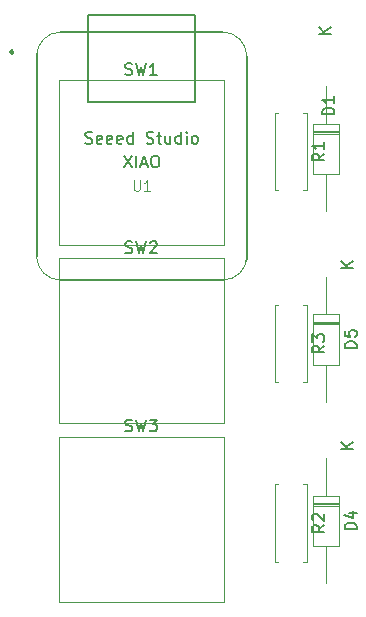
<source format=gbr>
%TF.GenerationSoftware,KiCad,Pcbnew,8.0.6*%
%TF.CreationDate,2024-10-22T00:24:15-04:00*%
%TF.ProjectId,Hackpad,4861636b-7061-4642-9e6b-696361645f70,rev?*%
%TF.SameCoordinates,Original*%
%TF.FileFunction,Legend,Top*%
%TF.FilePolarity,Positive*%
%FSLAX46Y46*%
G04 Gerber Fmt 4.6, Leading zero omitted, Abs format (unit mm)*
G04 Created by KiCad (PCBNEW 8.0.6) date 2024-10-22 00:24:15*
%MOMM*%
%LPD*%
G01*
G04 APERTURE LIST*
%ADD10C,0.101600*%
%ADD11C,0.150000*%
%ADD12C,0.025400*%
%ADD13C,0.254000*%
%ADD14C,0.120000*%
%ADD15C,0.127000*%
G04 APERTURE END LIST*
D10*
X98447666Y-77676985D02*
X98447666Y-78396652D01*
X98447666Y-78396652D02*
X98490000Y-78481318D01*
X98490000Y-78481318D02*
X98532333Y-78523652D01*
X98532333Y-78523652D02*
X98617000Y-78565985D01*
X98617000Y-78565985D02*
X98786333Y-78565985D01*
X98786333Y-78565985D02*
X98871000Y-78523652D01*
X98871000Y-78523652D02*
X98913333Y-78481318D01*
X98913333Y-78481318D02*
X98955666Y-78396652D01*
X98955666Y-78396652D02*
X98955666Y-77676985D01*
X99844666Y-78565985D02*
X99336666Y-78565985D01*
X99590666Y-78565985D02*
X99590666Y-77676985D01*
X99590666Y-77676985D02*
X99505999Y-77803985D01*
X99505999Y-77803985D02*
X99421333Y-77888652D01*
X99421333Y-77888652D02*
X99336666Y-77930985D01*
D11*
X94363095Y-74527200D02*
X94505952Y-74574819D01*
X94505952Y-74574819D02*
X94744047Y-74574819D01*
X94744047Y-74574819D02*
X94839285Y-74527200D01*
X94839285Y-74527200D02*
X94886904Y-74479580D01*
X94886904Y-74479580D02*
X94934523Y-74384342D01*
X94934523Y-74384342D02*
X94934523Y-74289104D01*
X94934523Y-74289104D02*
X94886904Y-74193866D01*
X94886904Y-74193866D02*
X94839285Y-74146247D01*
X94839285Y-74146247D02*
X94744047Y-74098628D01*
X94744047Y-74098628D02*
X94553571Y-74051009D01*
X94553571Y-74051009D02*
X94458333Y-74003390D01*
X94458333Y-74003390D02*
X94410714Y-73955771D01*
X94410714Y-73955771D02*
X94363095Y-73860533D01*
X94363095Y-73860533D02*
X94363095Y-73765295D01*
X94363095Y-73765295D02*
X94410714Y-73670057D01*
X94410714Y-73670057D02*
X94458333Y-73622438D01*
X94458333Y-73622438D02*
X94553571Y-73574819D01*
X94553571Y-73574819D02*
X94791666Y-73574819D01*
X94791666Y-73574819D02*
X94934523Y-73622438D01*
X95744047Y-74527200D02*
X95648809Y-74574819D01*
X95648809Y-74574819D02*
X95458333Y-74574819D01*
X95458333Y-74574819D02*
X95363095Y-74527200D01*
X95363095Y-74527200D02*
X95315476Y-74431961D01*
X95315476Y-74431961D02*
X95315476Y-74051009D01*
X95315476Y-74051009D02*
X95363095Y-73955771D01*
X95363095Y-73955771D02*
X95458333Y-73908152D01*
X95458333Y-73908152D02*
X95648809Y-73908152D01*
X95648809Y-73908152D02*
X95744047Y-73955771D01*
X95744047Y-73955771D02*
X95791666Y-74051009D01*
X95791666Y-74051009D02*
X95791666Y-74146247D01*
X95791666Y-74146247D02*
X95315476Y-74241485D01*
X96601190Y-74527200D02*
X96505952Y-74574819D01*
X96505952Y-74574819D02*
X96315476Y-74574819D01*
X96315476Y-74574819D02*
X96220238Y-74527200D01*
X96220238Y-74527200D02*
X96172619Y-74431961D01*
X96172619Y-74431961D02*
X96172619Y-74051009D01*
X96172619Y-74051009D02*
X96220238Y-73955771D01*
X96220238Y-73955771D02*
X96315476Y-73908152D01*
X96315476Y-73908152D02*
X96505952Y-73908152D01*
X96505952Y-73908152D02*
X96601190Y-73955771D01*
X96601190Y-73955771D02*
X96648809Y-74051009D01*
X96648809Y-74051009D02*
X96648809Y-74146247D01*
X96648809Y-74146247D02*
X96172619Y-74241485D01*
X97458333Y-74527200D02*
X97363095Y-74574819D01*
X97363095Y-74574819D02*
X97172619Y-74574819D01*
X97172619Y-74574819D02*
X97077381Y-74527200D01*
X97077381Y-74527200D02*
X97029762Y-74431961D01*
X97029762Y-74431961D02*
X97029762Y-74051009D01*
X97029762Y-74051009D02*
X97077381Y-73955771D01*
X97077381Y-73955771D02*
X97172619Y-73908152D01*
X97172619Y-73908152D02*
X97363095Y-73908152D01*
X97363095Y-73908152D02*
X97458333Y-73955771D01*
X97458333Y-73955771D02*
X97505952Y-74051009D01*
X97505952Y-74051009D02*
X97505952Y-74146247D01*
X97505952Y-74146247D02*
X97029762Y-74241485D01*
X98363095Y-74574819D02*
X98363095Y-73574819D01*
X98363095Y-74527200D02*
X98267857Y-74574819D01*
X98267857Y-74574819D02*
X98077381Y-74574819D01*
X98077381Y-74574819D02*
X97982143Y-74527200D01*
X97982143Y-74527200D02*
X97934524Y-74479580D01*
X97934524Y-74479580D02*
X97886905Y-74384342D01*
X97886905Y-74384342D02*
X97886905Y-74098628D01*
X97886905Y-74098628D02*
X97934524Y-74003390D01*
X97934524Y-74003390D02*
X97982143Y-73955771D01*
X97982143Y-73955771D02*
X98077381Y-73908152D01*
X98077381Y-73908152D02*
X98267857Y-73908152D01*
X98267857Y-73908152D02*
X98363095Y-73955771D01*
X99553572Y-74527200D02*
X99696429Y-74574819D01*
X99696429Y-74574819D02*
X99934524Y-74574819D01*
X99934524Y-74574819D02*
X100029762Y-74527200D01*
X100029762Y-74527200D02*
X100077381Y-74479580D01*
X100077381Y-74479580D02*
X100125000Y-74384342D01*
X100125000Y-74384342D02*
X100125000Y-74289104D01*
X100125000Y-74289104D02*
X100077381Y-74193866D01*
X100077381Y-74193866D02*
X100029762Y-74146247D01*
X100029762Y-74146247D02*
X99934524Y-74098628D01*
X99934524Y-74098628D02*
X99744048Y-74051009D01*
X99744048Y-74051009D02*
X99648810Y-74003390D01*
X99648810Y-74003390D02*
X99601191Y-73955771D01*
X99601191Y-73955771D02*
X99553572Y-73860533D01*
X99553572Y-73860533D02*
X99553572Y-73765295D01*
X99553572Y-73765295D02*
X99601191Y-73670057D01*
X99601191Y-73670057D02*
X99648810Y-73622438D01*
X99648810Y-73622438D02*
X99744048Y-73574819D01*
X99744048Y-73574819D02*
X99982143Y-73574819D01*
X99982143Y-73574819D02*
X100125000Y-73622438D01*
X100410715Y-73908152D02*
X100791667Y-73908152D01*
X100553572Y-73574819D02*
X100553572Y-74431961D01*
X100553572Y-74431961D02*
X100601191Y-74527200D01*
X100601191Y-74527200D02*
X100696429Y-74574819D01*
X100696429Y-74574819D02*
X100791667Y-74574819D01*
X101553572Y-73908152D02*
X101553572Y-74574819D01*
X101125001Y-73908152D02*
X101125001Y-74431961D01*
X101125001Y-74431961D02*
X101172620Y-74527200D01*
X101172620Y-74527200D02*
X101267858Y-74574819D01*
X101267858Y-74574819D02*
X101410715Y-74574819D01*
X101410715Y-74574819D02*
X101505953Y-74527200D01*
X101505953Y-74527200D02*
X101553572Y-74479580D01*
X102458334Y-74574819D02*
X102458334Y-73574819D01*
X102458334Y-74527200D02*
X102363096Y-74574819D01*
X102363096Y-74574819D02*
X102172620Y-74574819D01*
X102172620Y-74574819D02*
X102077382Y-74527200D01*
X102077382Y-74527200D02*
X102029763Y-74479580D01*
X102029763Y-74479580D02*
X101982144Y-74384342D01*
X101982144Y-74384342D02*
X101982144Y-74098628D01*
X101982144Y-74098628D02*
X102029763Y-74003390D01*
X102029763Y-74003390D02*
X102077382Y-73955771D01*
X102077382Y-73955771D02*
X102172620Y-73908152D01*
X102172620Y-73908152D02*
X102363096Y-73908152D01*
X102363096Y-73908152D02*
X102458334Y-73955771D01*
X102934525Y-74574819D02*
X102934525Y-73908152D01*
X102934525Y-73574819D02*
X102886906Y-73622438D01*
X102886906Y-73622438D02*
X102934525Y-73670057D01*
X102934525Y-73670057D02*
X102982144Y-73622438D01*
X102982144Y-73622438D02*
X102934525Y-73574819D01*
X102934525Y-73574819D02*
X102934525Y-73670057D01*
X103553572Y-74574819D02*
X103458334Y-74527200D01*
X103458334Y-74527200D02*
X103410715Y-74479580D01*
X103410715Y-74479580D02*
X103363096Y-74384342D01*
X103363096Y-74384342D02*
X103363096Y-74098628D01*
X103363096Y-74098628D02*
X103410715Y-74003390D01*
X103410715Y-74003390D02*
X103458334Y-73955771D01*
X103458334Y-73955771D02*
X103553572Y-73908152D01*
X103553572Y-73908152D02*
X103696429Y-73908152D01*
X103696429Y-73908152D02*
X103791667Y-73955771D01*
X103791667Y-73955771D02*
X103839286Y-74003390D01*
X103839286Y-74003390D02*
X103886905Y-74098628D01*
X103886905Y-74098628D02*
X103886905Y-74384342D01*
X103886905Y-74384342D02*
X103839286Y-74479580D01*
X103839286Y-74479580D02*
X103791667Y-74527200D01*
X103791667Y-74527200D02*
X103696429Y-74574819D01*
X103696429Y-74574819D02*
X103553572Y-74574819D01*
X97601191Y-75574819D02*
X98267857Y-76574819D01*
X98267857Y-75574819D02*
X97601191Y-76574819D01*
X98648810Y-76574819D02*
X98648810Y-75574819D01*
X99077381Y-76289104D02*
X99553571Y-76289104D01*
X98982143Y-76574819D02*
X99315476Y-75574819D01*
X99315476Y-75574819D02*
X99648809Y-76574819D01*
X100172619Y-75574819D02*
X100363095Y-75574819D01*
X100363095Y-75574819D02*
X100458333Y-75622438D01*
X100458333Y-75622438D02*
X100553571Y-75717676D01*
X100553571Y-75717676D02*
X100601190Y-75908152D01*
X100601190Y-75908152D02*
X100601190Y-76241485D01*
X100601190Y-76241485D02*
X100553571Y-76431961D01*
X100553571Y-76431961D02*
X100458333Y-76527200D01*
X100458333Y-76527200D02*
X100363095Y-76574819D01*
X100363095Y-76574819D02*
X100172619Y-76574819D01*
X100172619Y-76574819D02*
X100077381Y-76527200D01*
X100077381Y-76527200D02*
X99982143Y-76431961D01*
X99982143Y-76431961D02*
X99934524Y-76241485D01*
X99934524Y-76241485D02*
X99934524Y-75908152D01*
X99934524Y-75908152D02*
X99982143Y-75717676D01*
X99982143Y-75717676D02*
X100077381Y-75622438D01*
X100077381Y-75622438D02*
X100172619Y-75574819D01*
X97742667Y-98890670D02*
X97885524Y-98938289D01*
X97885524Y-98938289D02*
X98123619Y-98938289D01*
X98123619Y-98938289D02*
X98218857Y-98890670D01*
X98218857Y-98890670D02*
X98266476Y-98843050D01*
X98266476Y-98843050D02*
X98314095Y-98747812D01*
X98314095Y-98747812D02*
X98314095Y-98652574D01*
X98314095Y-98652574D02*
X98266476Y-98557336D01*
X98266476Y-98557336D02*
X98218857Y-98509717D01*
X98218857Y-98509717D02*
X98123619Y-98462098D01*
X98123619Y-98462098D02*
X97933143Y-98414479D01*
X97933143Y-98414479D02*
X97837905Y-98366860D01*
X97837905Y-98366860D02*
X97790286Y-98319241D01*
X97790286Y-98319241D02*
X97742667Y-98224003D01*
X97742667Y-98224003D02*
X97742667Y-98128765D01*
X97742667Y-98128765D02*
X97790286Y-98033527D01*
X97790286Y-98033527D02*
X97837905Y-97985908D01*
X97837905Y-97985908D02*
X97933143Y-97938289D01*
X97933143Y-97938289D02*
X98171238Y-97938289D01*
X98171238Y-97938289D02*
X98314095Y-97985908D01*
X98647429Y-97938289D02*
X98885524Y-98938289D01*
X98885524Y-98938289D02*
X99076000Y-98224003D01*
X99076000Y-98224003D02*
X99266476Y-98938289D01*
X99266476Y-98938289D02*
X99504572Y-97938289D01*
X99790286Y-97938289D02*
X100409333Y-97938289D01*
X100409333Y-97938289D02*
X100076000Y-98319241D01*
X100076000Y-98319241D02*
X100218857Y-98319241D01*
X100218857Y-98319241D02*
X100314095Y-98366860D01*
X100314095Y-98366860D02*
X100361714Y-98414479D01*
X100361714Y-98414479D02*
X100409333Y-98509717D01*
X100409333Y-98509717D02*
X100409333Y-98747812D01*
X100409333Y-98747812D02*
X100361714Y-98843050D01*
X100361714Y-98843050D02*
X100314095Y-98890670D01*
X100314095Y-98890670D02*
X100218857Y-98938289D01*
X100218857Y-98938289D02*
X99933143Y-98938289D01*
X99933143Y-98938289D02*
X99837905Y-98890670D01*
X99837905Y-98890670D02*
X99790286Y-98843050D01*
X97742667Y-83800670D02*
X97885524Y-83848289D01*
X97885524Y-83848289D02*
X98123619Y-83848289D01*
X98123619Y-83848289D02*
X98218857Y-83800670D01*
X98218857Y-83800670D02*
X98266476Y-83753050D01*
X98266476Y-83753050D02*
X98314095Y-83657812D01*
X98314095Y-83657812D02*
X98314095Y-83562574D01*
X98314095Y-83562574D02*
X98266476Y-83467336D01*
X98266476Y-83467336D02*
X98218857Y-83419717D01*
X98218857Y-83419717D02*
X98123619Y-83372098D01*
X98123619Y-83372098D02*
X97933143Y-83324479D01*
X97933143Y-83324479D02*
X97837905Y-83276860D01*
X97837905Y-83276860D02*
X97790286Y-83229241D01*
X97790286Y-83229241D02*
X97742667Y-83134003D01*
X97742667Y-83134003D02*
X97742667Y-83038765D01*
X97742667Y-83038765D02*
X97790286Y-82943527D01*
X97790286Y-82943527D02*
X97837905Y-82895908D01*
X97837905Y-82895908D02*
X97933143Y-82848289D01*
X97933143Y-82848289D02*
X98171238Y-82848289D01*
X98171238Y-82848289D02*
X98314095Y-82895908D01*
X98647429Y-82848289D02*
X98885524Y-83848289D01*
X98885524Y-83848289D02*
X99076000Y-83134003D01*
X99076000Y-83134003D02*
X99266476Y-83848289D01*
X99266476Y-83848289D02*
X99504572Y-82848289D01*
X99837905Y-82943527D02*
X99885524Y-82895908D01*
X99885524Y-82895908D02*
X99980762Y-82848289D01*
X99980762Y-82848289D02*
X100218857Y-82848289D01*
X100218857Y-82848289D02*
X100314095Y-82895908D01*
X100314095Y-82895908D02*
X100361714Y-82943527D01*
X100361714Y-82943527D02*
X100409333Y-83038765D01*
X100409333Y-83038765D02*
X100409333Y-83134003D01*
X100409333Y-83134003D02*
X100361714Y-83276860D01*
X100361714Y-83276860D02*
X99790286Y-83848289D01*
X99790286Y-83848289D02*
X100409333Y-83848289D01*
X97742667Y-68710670D02*
X97885524Y-68758289D01*
X97885524Y-68758289D02*
X98123619Y-68758289D01*
X98123619Y-68758289D02*
X98218857Y-68710670D01*
X98218857Y-68710670D02*
X98266476Y-68663050D01*
X98266476Y-68663050D02*
X98314095Y-68567812D01*
X98314095Y-68567812D02*
X98314095Y-68472574D01*
X98314095Y-68472574D02*
X98266476Y-68377336D01*
X98266476Y-68377336D02*
X98218857Y-68329717D01*
X98218857Y-68329717D02*
X98123619Y-68282098D01*
X98123619Y-68282098D02*
X97933143Y-68234479D01*
X97933143Y-68234479D02*
X97837905Y-68186860D01*
X97837905Y-68186860D02*
X97790286Y-68139241D01*
X97790286Y-68139241D02*
X97742667Y-68044003D01*
X97742667Y-68044003D02*
X97742667Y-67948765D01*
X97742667Y-67948765D02*
X97790286Y-67853527D01*
X97790286Y-67853527D02*
X97837905Y-67805908D01*
X97837905Y-67805908D02*
X97933143Y-67758289D01*
X97933143Y-67758289D02*
X98171238Y-67758289D01*
X98171238Y-67758289D02*
X98314095Y-67805908D01*
X98647429Y-67758289D02*
X98885524Y-68758289D01*
X98885524Y-68758289D02*
X99076000Y-68044003D01*
X99076000Y-68044003D02*
X99266476Y-68758289D01*
X99266476Y-68758289D02*
X99504572Y-67758289D01*
X100409333Y-68758289D02*
X99837905Y-68758289D01*
X100123619Y-68758289D02*
X100123619Y-67758289D01*
X100123619Y-67758289D02*
X100028381Y-67901146D01*
X100028381Y-67901146D02*
X99933143Y-67996384D01*
X99933143Y-67996384D02*
X99837905Y-68044003D01*
X114574819Y-91666666D02*
X114098628Y-91999999D01*
X114574819Y-92238094D02*
X113574819Y-92238094D01*
X113574819Y-92238094D02*
X113574819Y-91857142D01*
X113574819Y-91857142D02*
X113622438Y-91761904D01*
X113622438Y-91761904D02*
X113670057Y-91714285D01*
X113670057Y-91714285D02*
X113765295Y-91666666D01*
X113765295Y-91666666D02*
X113908152Y-91666666D01*
X113908152Y-91666666D02*
X114003390Y-91714285D01*
X114003390Y-91714285D02*
X114051009Y-91761904D01*
X114051009Y-91761904D02*
X114098628Y-91857142D01*
X114098628Y-91857142D02*
X114098628Y-92238094D01*
X113574819Y-91333332D02*
X113574819Y-90714285D01*
X113574819Y-90714285D02*
X113955771Y-91047618D01*
X113955771Y-91047618D02*
X113955771Y-90904761D01*
X113955771Y-90904761D02*
X114003390Y-90809523D01*
X114003390Y-90809523D02*
X114051009Y-90761904D01*
X114051009Y-90761904D02*
X114146247Y-90714285D01*
X114146247Y-90714285D02*
X114384342Y-90714285D01*
X114384342Y-90714285D02*
X114479580Y-90761904D01*
X114479580Y-90761904D02*
X114527200Y-90809523D01*
X114527200Y-90809523D02*
X114574819Y-90904761D01*
X114574819Y-90904761D02*
X114574819Y-91190475D01*
X114574819Y-91190475D02*
X114527200Y-91285713D01*
X114527200Y-91285713D02*
X114479580Y-91333332D01*
X114574819Y-106856666D02*
X114098628Y-107189999D01*
X114574819Y-107428094D02*
X113574819Y-107428094D01*
X113574819Y-107428094D02*
X113574819Y-107047142D01*
X113574819Y-107047142D02*
X113622438Y-106951904D01*
X113622438Y-106951904D02*
X113670057Y-106904285D01*
X113670057Y-106904285D02*
X113765295Y-106856666D01*
X113765295Y-106856666D02*
X113908152Y-106856666D01*
X113908152Y-106856666D02*
X114003390Y-106904285D01*
X114003390Y-106904285D02*
X114051009Y-106951904D01*
X114051009Y-106951904D02*
X114098628Y-107047142D01*
X114098628Y-107047142D02*
X114098628Y-107428094D01*
X113670057Y-106475713D02*
X113622438Y-106428094D01*
X113622438Y-106428094D02*
X113574819Y-106332856D01*
X113574819Y-106332856D02*
X113574819Y-106094761D01*
X113574819Y-106094761D02*
X113622438Y-105999523D01*
X113622438Y-105999523D02*
X113670057Y-105951904D01*
X113670057Y-105951904D02*
X113765295Y-105904285D01*
X113765295Y-105904285D02*
X113860533Y-105904285D01*
X113860533Y-105904285D02*
X114003390Y-105951904D01*
X114003390Y-105951904D02*
X114574819Y-106523332D01*
X114574819Y-106523332D02*
X114574819Y-105904285D01*
X114574819Y-75416666D02*
X114098628Y-75749999D01*
X114574819Y-75988094D02*
X113574819Y-75988094D01*
X113574819Y-75988094D02*
X113574819Y-75607142D01*
X113574819Y-75607142D02*
X113622438Y-75511904D01*
X113622438Y-75511904D02*
X113670057Y-75464285D01*
X113670057Y-75464285D02*
X113765295Y-75416666D01*
X113765295Y-75416666D02*
X113908152Y-75416666D01*
X113908152Y-75416666D02*
X114003390Y-75464285D01*
X114003390Y-75464285D02*
X114051009Y-75511904D01*
X114051009Y-75511904D02*
X114098628Y-75607142D01*
X114098628Y-75607142D02*
X114098628Y-75988094D01*
X114574819Y-74464285D02*
X114574819Y-75035713D01*
X114574819Y-74749999D02*
X113574819Y-74749999D01*
X113574819Y-74749999D02*
X113717676Y-74845237D01*
X113717676Y-74845237D02*
X113812914Y-74940475D01*
X113812914Y-74940475D02*
X113860533Y-75035713D01*
X117324819Y-91888094D02*
X116324819Y-91888094D01*
X116324819Y-91888094D02*
X116324819Y-91649999D01*
X116324819Y-91649999D02*
X116372438Y-91507142D01*
X116372438Y-91507142D02*
X116467676Y-91411904D01*
X116467676Y-91411904D02*
X116562914Y-91364285D01*
X116562914Y-91364285D02*
X116753390Y-91316666D01*
X116753390Y-91316666D02*
X116896247Y-91316666D01*
X116896247Y-91316666D02*
X117086723Y-91364285D01*
X117086723Y-91364285D02*
X117181961Y-91411904D01*
X117181961Y-91411904D02*
X117277200Y-91507142D01*
X117277200Y-91507142D02*
X117324819Y-91649999D01*
X117324819Y-91649999D02*
X117324819Y-91888094D01*
X116324819Y-90411904D02*
X116324819Y-90888094D01*
X116324819Y-90888094D02*
X116801009Y-90935713D01*
X116801009Y-90935713D02*
X116753390Y-90888094D01*
X116753390Y-90888094D02*
X116705771Y-90792856D01*
X116705771Y-90792856D02*
X116705771Y-90554761D01*
X116705771Y-90554761D02*
X116753390Y-90459523D01*
X116753390Y-90459523D02*
X116801009Y-90411904D01*
X116801009Y-90411904D02*
X116896247Y-90364285D01*
X116896247Y-90364285D02*
X117134342Y-90364285D01*
X117134342Y-90364285D02*
X117229580Y-90411904D01*
X117229580Y-90411904D02*
X117277200Y-90459523D01*
X117277200Y-90459523D02*
X117324819Y-90554761D01*
X117324819Y-90554761D02*
X117324819Y-90792856D01*
X117324819Y-90792856D02*
X117277200Y-90888094D01*
X117277200Y-90888094D02*
X117229580Y-90935713D01*
X117004819Y-85061904D02*
X116004819Y-85061904D01*
X117004819Y-84490476D02*
X116433390Y-84919047D01*
X116004819Y-84490476D02*
X116576247Y-85061904D01*
X117324819Y-107238094D02*
X116324819Y-107238094D01*
X116324819Y-107238094D02*
X116324819Y-106999999D01*
X116324819Y-106999999D02*
X116372438Y-106857142D01*
X116372438Y-106857142D02*
X116467676Y-106761904D01*
X116467676Y-106761904D02*
X116562914Y-106714285D01*
X116562914Y-106714285D02*
X116753390Y-106666666D01*
X116753390Y-106666666D02*
X116896247Y-106666666D01*
X116896247Y-106666666D02*
X117086723Y-106714285D01*
X117086723Y-106714285D02*
X117181961Y-106761904D01*
X117181961Y-106761904D02*
X117277200Y-106857142D01*
X117277200Y-106857142D02*
X117324819Y-106999999D01*
X117324819Y-106999999D02*
X117324819Y-107238094D01*
X116658152Y-105809523D02*
X117324819Y-105809523D01*
X116277200Y-106047618D02*
X116991485Y-106285713D01*
X116991485Y-106285713D02*
X116991485Y-105666666D01*
X117004819Y-100411904D02*
X116004819Y-100411904D01*
X117004819Y-99840476D02*
X116433390Y-100269047D01*
X116004819Y-99840476D02*
X116576247Y-100411904D01*
X115434819Y-72088094D02*
X114434819Y-72088094D01*
X114434819Y-72088094D02*
X114434819Y-71849999D01*
X114434819Y-71849999D02*
X114482438Y-71707142D01*
X114482438Y-71707142D02*
X114577676Y-71611904D01*
X114577676Y-71611904D02*
X114672914Y-71564285D01*
X114672914Y-71564285D02*
X114863390Y-71516666D01*
X114863390Y-71516666D02*
X115006247Y-71516666D01*
X115006247Y-71516666D02*
X115196723Y-71564285D01*
X115196723Y-71564285D02*
X115291961Y-71611904D01*
X115291961Y-71611904D02*
X115387200Y-71707142D01*
X115387200Y-71707142D02*
X115434819Y-71849999D01*
X115434819Y-71849999D02*
X115434819Y-72088094D01*
X115434819Y-70564285D02*
X115434819Y-71135713D01*
X115434819Y-70849999D02*
X114434819Y-70849999D01*
X114434819Y-70849999D02*
X114577676Y-70945237D01*
X114577676Y-70945237D02*
X114672914Y-71040475D01*
X114672914Y-71040475D02*
X114720533Y-71135713D01*
X115114819Y-65261904D02*
X114114819Y-65261904D01*
X115114819Y-64690476D02*
X114543390Y-65119047D01*
X114114819Y-64690476D02*
X114686247Y-65261904D01*
D12*
%TO.C,U1*%
X90237285Y-67058295D02*
X90240333Y-67009527D01*
X90244397Y-66960506D01*
X90237285Y-67058295D01*
X108012713Y-84190850D02*
X108009665Y-84239618D01*
X108005601Y-84288639D01*
X108000268Y-84337407D01*
X107993664Y-84386175D01*
X107986044Y-84434690D01*
X107977153Y-84482950D01*
X107967248Y-84530955D01*
X108014492Y-84141574D01*
X108012713Y-84190850D01*
D13*
X88252000Y-66820000D02*
G75*
G02*
X87998000Y-66820000I-127000J0D01*
G01*
X87998000Y-66820000D02*
G75*
G02*
X88252000Y-66820000I127000J0D01*
G01*
D14*
X90225000Y-67120000D02*
G75*
G02*
X92225000Y-65120000I2044612J-44612D01*
G01*
X92225000Y-86120000D02*
G75*
G02*
X90225000Y-84120000I44857J2044857D01*
G01*
X106025000Y-65120000D02*
G75*
G02*
X108025000Y-67120000I-44610J-2044610D01*
G01*
X108025000Y-84120000D02*
G75*
G02*
X106025000Y-86120000I-2000000J0D01*
G01*
D15*
X92225000Y-86120000D02*
X106025000Y-86120000D01*
X94625000Y-71049270D02*
X94625000Y-63695970D01*
X106025000Y-65120910D02*
X92225000Y-65120910D01*
X94625000Y-63695970D02*
X103625000Y-63695970D01*
X90225000Y-67120000D02*
X90225000Y-84120000D01*
X103625000Y-63695970D02*
X103625000Y-71049270D01*
X103625000Y-71049270D02*
X94625000Y-71049270D01*
X108025000Y-84120000D02*
X108025000Y-67120000D01*
D14*
%TO.C,SW3*%
X106061000Y-113342470D02*
X92091000Y-113342470D01*
X106061000Y-99372470D02*
X106061000Y-113342470D01*
X92091000Y-113342470D02*
X92091000Y-99372470D01*
X92091000Y-99372470D02*
X106061000Y-99372470D01*
%TO.C,SW2*%
X106061000Y-98252470D02*
X92091000Y-98252470D01*
X106061000Y-84282470D02*
X106061000Y-98252470D01*
X92091000Y-98252470D02*
X92091000Y-84282470D01*
X92091000Y-84282470D02*
X106061000Y-84282470D01*
%TO.C,SW1*%
X106061000Y-83162470D02*
X92091000Y-83162470D01*
X106061000Y-69192470D02*
X106061000Y-83162470D01*
X92091000Y-83162470D02*
X92091000Y-69192470D01*
X92091000Y-69192470D02*
X106061000Y-69192470D01*
%TO.C,R3*%
X110380000Y-94770000D02*
X110710000Y-94770000D01*
X113120000Y-94770000D02*
X112790000Y-94770000D01*
X110380000Y-88230000D02*
X110380000Y-94770000D01*
X110710000Y-88230000D02*
X110380000Y-88230000D01*
X112790000Y-88230000D02*
X113120000Y-88230000D01*
X113120000Y-88230000D02*
X113120000Y-94770000D01*
%TO.C,R2*%
X113120000Y-103420000D02*
X113120000Y-109960000D01*
X112790000Y-103420000D02*
X113120000Y-103420000D01*
X110710000Y-103420000D02*
X110380000Y-103420000D01*
X110380000Y-103420000D02*
X110380000Y-109960000D01*
X113120000Y-109960000D02*
X112790000Y-109960000D01*
X110380000Y-109960000D02*
X110710000Y-109960000D01*
%TO.C,R1*%
X113120000Y-71980000D02*
X113120000Y-78520000D01*
X112790000Y-71980000D02*
X113120000Y-71980000D01*
X110710000Y-71980000D02*
X110380000Y-71980000D01*
X110380000Y-71980000D02*
X110380000Y-78520000D01*
X113120000Y-78520000D02*
X112790000Y-78520000D01*
X110380000Y-78520000D02*
X110710000Y-78520000D01*
%TO.C,D5*%
X114750000Y-85840000D02*
X114750000Y-89030000D01*
X115870000Y-89030000D02*
X113630000Y-89030000D01*
X113630000Y-89030000D02*
X113630000Y-93270000D01*
X115870000Y-89630000D02*
X113630000Y-89630000D01*
X115870000Y-89750000D02*
X113630000Y-89750000D01*
X115870000Y-89870000D02*
X113630000Y-89870000D01*
X115870000Y-93270000D02*
X115870000Y-89030000D01*
X113630000Y-93270000D02*
X115870000Y-93270000D01*
X114750000Y-96460000D02*
X114750000Y-93270000D01*
%TO.C,D4*%
X114750000Y-101190000D02*
X114750000Y-104380000D01*
X115870000Y-104380000D02*
X113630000Y-104380000D01*
X113630000Y-104380000D02*
X113630000Y-108620000D01*
X115870000Y-104980000D02*
X113630000Y-104980000D01*
X115870000Y-105100000D02*
X113630000Y-105100000D01*
X115870000Y-105220000D02*
X113630000Y-105220000D01*
X115870000Y-108620000D02*
X115870000Y-104380000D01*
X113630000Y-108620000D02*
X115870000Y-108620000D01*
X114750000Y-111810000D02*
X114750000Y-108620000D01*
%TO.C,D1*%
X114750000Y-69690000D02*
X114750000Y-72880000D01*
X115870000Y-72880000D02*
X113630000Y-72880000D01*
X113630000Y-72880000D02*
X113630000Y-77120000D01*
X115870000Y-73480000D02*
X113630000Y-73480000D01*
X115870000Y-73600000D02*
X113630000Y-73600000D01*
X115870000Y-73720000D02*
X113630000Y-73720000D01*
X115870000Y-77120000D02*
X115870000Y-72880000D01*
X113630000Y-77120000D02*
X115870000Y-77120000D01*
X114750000Y-80310000D02*
X114750000Y-77120000D01*
%TD*%
M02*

</source>
